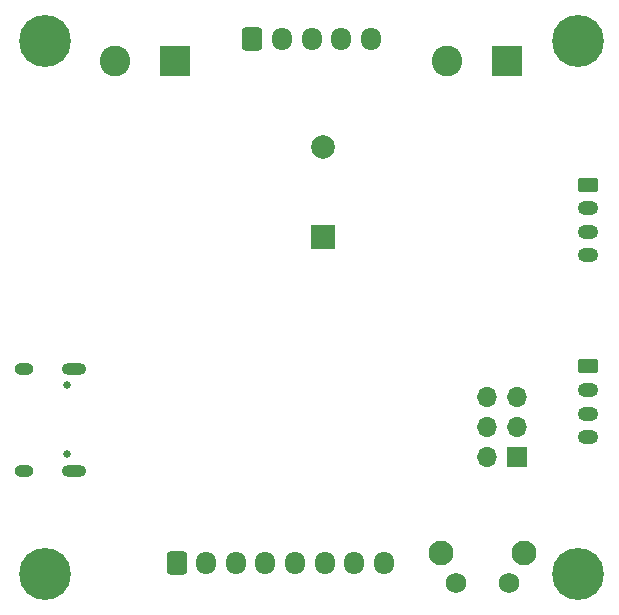
<source format=gbs>
%TF.GenerationSoftware,KiCad,Pcbnew,8.0.8-8.0.8-0~ubuntu24.04.1*%
%TF.CreationDate,2025-02-01T12:16:17-07:00*%
%TF.ProjectId,Control Board,436f6e74-726f-46c2-9042-6f6172642e6b,rev?*%
%TF.SameCoordinates,Original*%
%TF.FileFunction,Soldermask,Bot*%
%TF.FilePolarity,Negative*%
%FSLAX46Y46*%
G04 Gerber Fmt 4.6, Leading zero omitted, Abs format (unit mm)*
G04 Created by KiCad (PCBNEW 8.0.8-8.0.8-0~ubuntu24.04.1) date 2025-02-01 12:16:17*
%MOMM*%
%LPD*%
G01*
G04 APERTURE LIST*
G04 Aperture macros list*
%AMRoundRect*
0 Rectangle with rounded corners*
0 $1 Rounding radius*
0 $2 $3 $4 $5 $6 $7 $8 $9 X,Y pos of 4 corners*
0 Add a 4 corners polygon primitive as box body*
4,1,4,$2,$3,$4,$5,$6,$7,$8,$9,$2,$3,0*
0 Add four circle primitives for the rounded corners*
1,1,$1+$1,$2,$3*
1,1,$1+$1,$4,$5*
1,1,$1+$1,$6,$7*
1,1,$1+$1,$8,$9*
0 Add four rect primitives between the rounded corners*
20,1,$1+$1,$2,$3,$4,$5,0*
20,1,$1+$1,$4,$5,$6,$7,0*
20,1,$1+$1,$6,$7,$8,$9,0*
20,1,$1+$1,$8,$9,$2,$3,0*%
G04 Aperture macros list end*
%ADD10R,2.600000X2.600000*%
%ADD11C,2.600000*%
%ADD12RoundRect,0.250000X-0.625000X0.350000X-0.625000X-0.350000X0.625000X-0.350000X0.625000X0.350000X0*%
%ADD13O,1.750000X1.200000*%
%ADD14C,4.400000*%
%ADD15C,0.650000*%
%ADD16O,2.100000X1.000000*%
%ADD17O,1.600000X1.000000*%
%ADD18R,2.000000X2.000000*%
%ADD19C,2.000000*%
%ADD20C,2.100000*%
%ADD21C,1.750000*%
%ADD22R,1.700000X1.700000*%
%ADD23O,1.700000X1.700000*%
%ADD24RoundRect,0.250000X-0.600000X-0.725000X0.600000X-0.725000X0.600000X0.725000X-0.600000X0.725000X0*%
%ADD25O,1.700000X1.950000*%
G04 APERTURE END LIST*
D10*
%TO.C,J1*%
X148480000Y-77695000D03*
D11*
X143400000Y-77695000D03*
%TD*%
D12*
%TO.C,J7*%
X183400000Y-103600000D03*
D13*
X183400000Y-105600000D03*
X183400000Y-107600000D03*
X183400000Y-109600000D03*
%TD*%
D14*
%TO.C,H3*%
X182600000Y-76000000D03*
%TD*%
D15*
%TO.C,J2*%
X139321573Y-105201573D03*
X139321573Y-110981573D03*
D16*
X139851573Y-103771573D03*
D17*
X135671573Y-103771573D03*
D16*
X139851573Y-112411573D03*
D17*
X135671573Y-112411573D03*
%TD*%
D12*
%TO.C,J5*%
X183400000Y-88200000D03*
D13*
X183400000Y-90200000D03*
X183400000Y-92200000D03*
X183400000Y-94200000D03*
%TD*%
D10*
%TO.C,J8*%
X176545000Y-77695000D03*
D11*
X171465000Y-77695000D03*
%TD*%
D18*
%TO.C,BZ1*%
X161000000Y-92600000D03*
D19*
X161000000Y-85000000D03*
%TD*%
D20*
%TO.C,SW1*%
X177950000Y-119400000D03*
X170940000Y-119400000D03*
D21*
X176700000Y-121890000D03*
X172200000Y-121890000D03*
%TD*%
D22*
%TO.C,J6*%
X177400000Y-111280000D03*
D23*
X174860000Y-111280000D03*
X177400000Y-108740000D03*
X174860000Y-108740000D03*
X177400000Y-106200000D03*
X174860000Y-106200000D03*
%TD*%
D24*
%TO.C,J3*%
X155000000Y-75896573D03*
D25*
X157500000Y-75896573D03*
X160000000Y-75896573D03*
X162500000Y-75896573D03*
X165000000Y-75896573D03*
%TD*%
D24*
%TO.C,J4*%
X148600000Y-120200000D03*
D25*
X151100000Y-120200000D03*
X153600000Y-120200000D03*
X156100000Y-120200000D03*
X158600000Y-120200000D03*
X161100000Y-120200000D03*
X163600000Y-120200000D03*
X166100000Y-120200000D03*
%TD*%
D14*
%TO.C,H4*%
X182600000Y-121200000D03*
%TD*%
%TO.C,H1*%
X137400000Y-76000000D03*
%TD*%
%TO.C,H2*%
X137400000Y-121200000D03*
%TD*%
M02*

</source>
